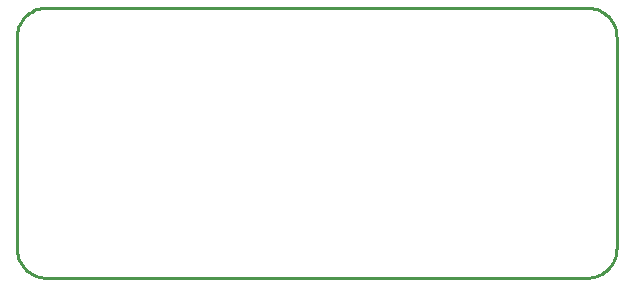
<source format=gbr>
G04 EAGLE Gerber RS-274X export*
G75*
%MOMM*%
%FSLAX34Y34*%
%LPD*%
%IN*%
%IPPOS*%
%AMOC8*
5,1,8,0,0,1.08239X$1,22.5*%
G01*
%ADD10C,0.254000*%


D10*
X0Y25400D02*
X97Y23186D01*
X386Y20989D01*
X865Y18826D01*
X1532Y16713D01*
X2380Y14666D01*
X3403Y12700D01*
X4594Y10831D01*
X5942Y9073D01*
X7440Y7440D01*
X9073Y5942D01*
X10831Y4594D01*
X12700Y3403D01*
X14666Y2380D01*
X16713Y1532D01*
X18826Y865D01*
X20989Y386D01*
X23186Y97D01*
X25400Y0D01*
X482600Y0D01*
X484814Y97D01*
X487011Y386D01*
X489174Y865D01*
X491287Y1532D01*
X493335Y2380D01*
X495300Y3403D01*
X497169Y4594D01*
X498927Y5942D01*
X500561Y7440D01*
X502058Y9073D01*
X503406Y10831D01*
X504597Y12700D01*
X505620Y14666D01*
X506468Y16713D01*
X507135Y18826D01*
X507614Y20989D01*
X507903Y23186D01*
X508000Y25400D01*
X508000Y203200D01*
X507903Y205414D01*
X507614Y207611D01*
X507135Y209774D01*
X506468Y211887D01*
X505620Y213935D01*
X504597Y215900D01*
X503406Y217769D01*
X502058Y219527D01*
X500561Y221161D01*
X498927Y222658D01*
X497169Y224006D01*
X495300Y225197D01*
X493335Y226220D01*
X491287Y227068D01*
X489174Y227735D01*
X487011Y228214D01*
X484814Y228503D01*
X482600Y228600D01*
X25400Y228600D01*
X23186Y228503D01*
X20989Y228214D01*
X18826Y227735D01*
X16713Y227068D01*
X14666Y226220D01*
X12700Y225197D01*
X10831Y224006D01*
X9073Y222658D01*
X7440Y221161D01*
X5942Y219527D01*
X4594Y217769D01*
X3403Y215900D01*
X2380Y213935D01*
X1532Y211887D01*
X865Y209774D01*
X386Y207611D01*
X97Y205414D01*
X0Y203200D01*
X0Y25400D01*
M02*

</source>
